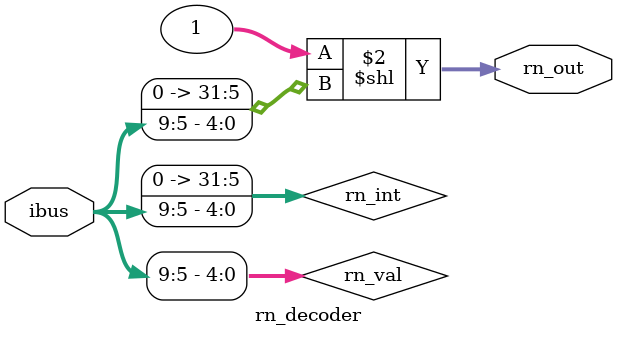
<source format=v>
`timescale 1ns / 1ps


module rn_decoder(ibus, rn_out);
    input[31:0] ibus;
    output[31:0] rn_out;
    
    wire[4:0] rn_val = ibus[9:5];
    integer rn_int;
    
    always@(rn_val) begin
        rn_int = rn_val;
    end
        
    assign rn_out = 32'b1 << rn_int;  
endmodule

</source>
